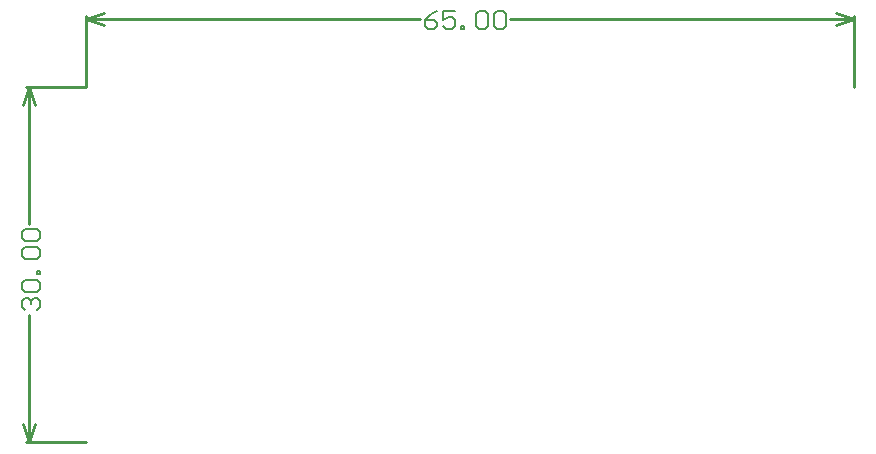
<source format=gm1>
G04 Layer_Color=16711935*
%FSAX25Y25*%
%MOIN*%
G70*
G01*
G75*
%ADD39C,0.01000*%
%ADD114C,0.00600*%
D39*
X0527406Y0396110D02*
Y0420000D01*
X0271500Y0396110D02*
Y0420000D01*
X0412948Y0419000D02*
X0527406D01*
X0271500D02*
X0382757D01*
X0521406Y0421000D02*
X0527406Y0419000D01*
X0521406Y0417000D02*
X0527406Y0419000D01*
X0271500D02*
X0277500Y0417000D01*
X0271500Y0419000D02*
X0277500Y0421000D01*
X0251500Y0278000D02*
X0271500D01*
X0251500Y0396110D02*
X0271500D01*
X0252500Y0278000D02*
Y0320359D01*
Y0350551D02*
Y0396110D01*
Y0278000D02*
X0254500Y0284000D01*
X0250500D02*
X0252500Y0278000D01*
X0250500Y0390110D02*
X0252500Y0396110D01*
X0254500Y0390110D01*
D114*
X0388356Y0421399D02*
X0386356Y0420399D01*
X0384357Y0418400D01*
Y0416401D01*
X0385357Y0415401D01*
X0387356D01*
X0388356Y0416401D01*
Y0417400D01*
X0387356Y0418400D01*
X0384357D01*
X0394354Y0421399D02*
X0390355D01*
Y0418400D01*
X0392354Y0419400D01*
X0393354D01*
X0394354Y0418400D01*
Y0416401D01*
X0393354Y0415401D01*
X0391355D01*
X0390355Y0416401D01*
X0396353Y0415401D02*
Y0416401D01*
X0397353D01*
Y0415401D01*
X0396353D01*
X0401352Y0420399D02*
X0402351Y0421399D01*
X0404351D01*
X0405350Y0420399D01*
Y0416401D01*
X0404351Y0415401D01*
X0402351D01*
X0401352Y0416401D01*
Y0420399D01*
X0407350D02*
X0408349Y0421399D01*
X0410349D01*
X0411348Y0420399D01*
Y0416401D01*
X0410349Y0415401D01*
X0408349D01*
X0407350Y0416401D01*
Y0420399D01*
X0251101Y0321959D02*
X0250101Y0322959D01*
Y0324958D01*
X0251101Y0325958D01*
X0252100D01*
X0253100Y0324958D01*
Y0323959D01*
Y0324958D01*
X0254100Y0325958D01*
X0255099D01*
X0256099Y0324958D01*
Y0322959D01*
X0255099Y0321959D01*
X0251101Y0327958D02*
X0250101Y0328957D01*
Y0330957D01*
X0251101Y0331956D01*
X0255099D01*
X0256099Y0330957D01*
Y0328957D01*
X0255099Y0327958D01*
X0251101D01*
X0256099Y0333956D02*
X0255099D01*
Y0334955D01*
X0256099D01*
Y0333956D01*
X0251101Y0338954D02*
X0250101Y0339954D01*
Y0341953D01*
X0251101Y0342953D01*
X0255099D01*
X0256099Y0341953D01*
Y0339954D01*
X0255099Y0338954D01*
X0251101D01*
Y0344952D02*
X0250101Y0345952D01*
Y0347951D01*
X0251101Y0348951D01*
X0255099D01*
X0256099Y0347951D01*
Y0345952D01*
X0255099Y0344952D01*
X0251101D01*
M02*

</source>
